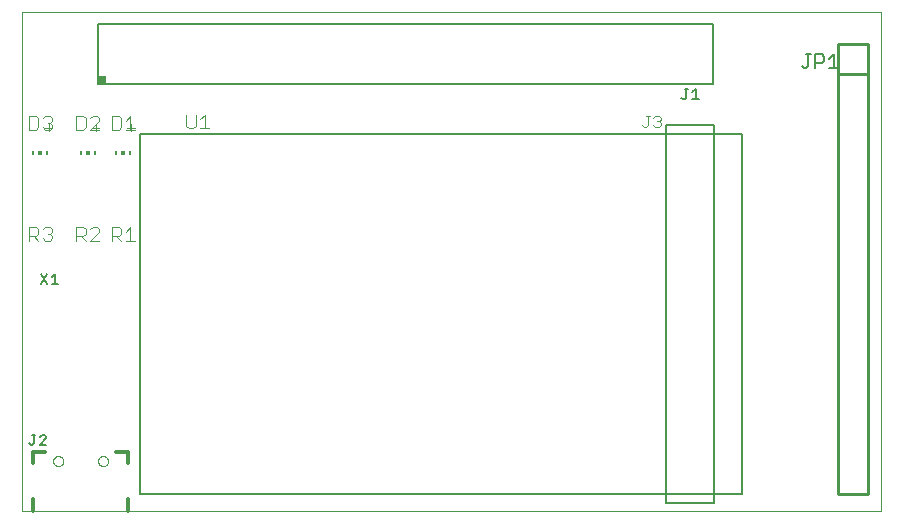
<source format=gto>
G04 This is an RS-274x file exported by *
G04 gerbv version 2.6.0 *
G04 More information is available about gerbv at *
G04 http://gerbv.gpleda.org/ *
G04 --End of header info--*
%MOIN*%
%FSLAX34Y34*%
%IPPOS*%
G04 --Define apertures--*
%ADD10C,0.0000*%
%ADD11C,0.0050*%
%ADD12C,0.0040*%
%ADD13R,0.0250X0.0250*%
%ADD14C,0.0060*%
%ADD15C,0.0100*%
%ADD16C,0.0070*%
%ADD17C,0.0030*%
%ADD18R,0.0059X0.0118*%
%ADD19R,0.0118X0.0118*%
%ADD20C,0.0120*%
%ADD21C,0.0080*%
G04 --Start main section--*
G54D10*
G01X0003686Y0001347D02*
G01X0003686Y0017961D01*
G01X0003686Y0017961D02*
G01X0032348Y0017961D01*
G01X0032348Y0017961D02*
G01X0032348Y0001347D01*
G01X0032348Y0001347D02*
G01X0003686Y0001347D01*
G01X0004739Y0003001D02*
G01X0004740Y0003009D01*
G01X0004740Y0003009D02*
G01X0004740Y0003017D01*
G01X0004740Y0003017D02*
G01X0004741Y0003025D01*
G01X0004741Y0003025D02*
G01X0004743Y0003033D01*
G01X0004743Y0003033D02*
G01X0004744Y0003041D01*
G01X0004744Y0003041D02*
G01X0004747Y0003049D01*
G01X0004747Y0003049D02*
G01X0004749Y0003057D01*
G01X0004749Y0003057D02*
G01X0004752Y0003064D01*
G01X0004752Y0003064D02*
G01X0004755Y0003072D01*
G01X0004755Y0003072D02*
G01X0004759Y0003079D01*
G01X0004759Y0003079D02*
G01X0004763Y0003086D01*
G01X0004763Y0003086D02*
G01X0004767Y0003093D01*
G01X0004767Y0003093D02*
G01X0004772Y0003100D01*
G01X0004772Y0003100D02*
G01X0004777Y0003106D01*
G01X0004777Y0003106D02*
G01X0004782Y0003112D01*
G01X0004782Y0003112D02*
G01X0004788Y0003118D01*
G01X0004788Y0003118D02*
G01X0004794Y0003124D01*
G01X0004794Y0003124D02*
G01X0004800Y0003129D01*
G01X0004800Y0003129D02*
G01X0004806Y0003135D01*
G01X0004806Y0003135D02*
G01X0004813Y0003139D01*
G01X0004813Y0003139D02*
G01X0004820Y0003144D01*
G01X0004820Y0003144D02*
G01X0004827Y0003148D01*
G01X0004827Y0003148D02*
G01X0004834Y0003151D01*
G01X0004834Y0003151D02*
G01X0004841Y0003155D01*
G01X0004841Y0003155D02*
G01X0004849Y0003158D01*
G01X0004849Y0003158D02*
G01X0004857Y0003160D01*
G01X0004857Y0003160D02*
G01X0004864Y0003163D01*
G01X0004864Y0003163D02*
G01X0004872Y0003165D01*
G01X0004872Y0003165D02*
G01X0004880Y0003166D01*
G01X0004880Y0003166D02*
G01X0004888Y0003167D01*
G01X0004888Y0003167D02*
G01X0004897Y0003168D01*
G01X0004897Y0003168D02*
G01X0004905Y0003168D01*
G01X0004905Y0003168D02*
G01X0004913Y0003168D01*
G01X0004913Y0003168D02*
G01X0004921Y0003167D01*
G01X0004921Y0003167D02*
G01X0004929Y0003167D01*
G01X0004929Y0003167D02*
G01X0004937Y0003165D01*
G01X0004937Y0003165D02*
G01X0004945Y0003164D01*
G01X0004945Y0003164D02*
G01X0004953Y0003162D01*
G01X0004953Y0003162D02*
G01X0004961Y0003159D01*
G01X0004961Y0003159D02*
G01X0004968Y0003156D01*
G01X0004968Y0003156D02*
G01X0004976Y0003153D01*
G01X0004976Y0003153D02*
G01X0004983Y0003150D01*
G01X0004983Y0003150D02*
G01X0004990Y0003146D01*
G01X0004990Y0003146D02*
G01X0004997Y0003141D01*
G01X0004997Y0003141D02*
G01X0005004Y0003137D01*
G01X0005004Y0003137D02*
G01X0005011Y0003132D01*
G01X0005011Y0003132D02*
G01X0005017Y0003127D01*
G01X0005017Y0003127D02*
G01X0005023Y0003121D01*
G01X0005023Y0003121D02*
G01X0005029Y0003115D01*
G01X0005029Y0003115D02*
G01X0005034Y0003109D01*
G01X0005034Y0003109D02*
G01X0005039Y0003103D01*
G01X0005039Y0003103D02*
G01X0005044Y0003097D01*
G01X0005044Y0003097D02*
G01X0005048Y0003090D01*
G01X0005048Y0003090D02*
G01X0005053Y0003083D01*
G01X0005053Y0003083D02*
G01X0005056Y0003076D01*
G01X0005056Y0003076D02*
G01X0005060Y0003068D01*
G01X0005060Y0003068D02*
G01X0005063Y0003061D01*
G01X0005063Y0003061D02*
G01X0005066Y0003053D01*
G01X0005066Y0003053D02*
G01X0005068Y0003045D01*
G01X0005068Y0003045D02*
G01X0005070Y0003037D01*
G01X0005070Y0003037D02*
G01X0005072Y0003029D01*
G01X0005072Y0003029D02*
G01X0005073Y0003021D01*
G01X0005073Y0003021D02*
G01X0005074Y0003013D01*
G01X0005074Y0003013D02*
G01X0005074Y0003005D01*
G01X0005074Y0003005D02*
G01X0005074Y0002997D01*
G01X0005074Y0002997D02*
G01X0005074Y0002989D01*
G01X0005074Y0002989D02*
G01X0005073Y0002981D01*
G01X0005073Y0002981D02*
G01X0005072Y0002972D01*
G01X0005072Y0002972D02*
G01X0005070Y0002964D01*
G01X0005070Y0002964D02*
G01X0005068Y0002957D01*
G01X0005068Y0002957D02*
G01X0005066Y0002949D01*
G01X0005066Y0002949D02*
G01X0005063Y0002941D01*
G01X0005063Y0002941D02*
G01X0005060Y0002934D01*
G01X0005060Y0002934D02*
G01X0005056Y0002926D01*
G01X0005056Y0002926D02*
G01X0005053Y0002919D01*
G01X0005053Y0002919D02*
G01X0005048Y0002912D01*
G01X0005048Y0002912D02*
G01X0005044Y0002905D01*
G01X0005044Y0002905D02*
G01X0005039Y0002899D01*
G01X0005039Y0002899D02*
G01X0005034Y0002892D01*
G01X0005034Y0002892D02*
G01X0005029Y0002886D01*
G01X0005029Y0002886D02*
G01X0005023Y0002880D01*
G01X0005023Y0002880D02*
G01X0005017Y0002875D01*
G01X0005017Y0002875D02*
G01X0005011Y0002870D01*
G01X0005011Y0002870D02*
G01X0005004Y0002865D01*
G01X0005004Y0002865D02*
G01X0004997Y0002860D01*
G01X0004997Y0002860D02*
G01X0004990Y0002856D01*
G01X0004990Y0002856D02*
G01X0004983Y0002852D01*
G01X0004983Y0002852D02*
G01X0004976Y0002849D01*
G01X0004976Y0002849D02*
G01X0004968Y0002845D01*
G01X0004968Y0002845D02*
G01X0004961Y0002843D01*
G01X0004961Y0002843D02*
G01X0004953Y0002840D01*
G01X0004953Y0002840D02*
G01X0004945Y0002838D01*
G01X0004945Y0002838D02*
G01X0004937Y0002836D01*
G01X0004937Y0002836D02*
G01X0004929Y0002835D01*
G01X0004929Y0002835D02*
G01X0004921Y0002834D01*
G01X0004921Y0002834D02*
G01X0004913Y0002834D01*
G01X0004913Y0002834D02*
G01X0004905Y0002834D01*
G01X0004905Y0002834D02*
G01X0004897Y0002834D01*
G01X0004897Y0002834D02*
G01X0004888Y0002835D01*
G01X0004888Y0002835D02*
G01X0004880Y0002836D01*
G01X0004880Y0002836D02*
G01X0004872Y0002837D01*
G01X0004872Y0002837D02*
G01X0004864Y0002839D01*
G01X0004864Y0002839D02*
G01X0004857Y0002841D01*
G01X0004857Y0002841D02*
G01X0004849Y0002844D01*
G01X0004849Y0002844D02*
G01X0004841Y0002847D01*
G01X0004841Y0002847D02*
G01X0004834Y0002850D01*
G01X0004834Y0002850D02*
G01X0004827Y0002854D01*
G01X0004827Y0002854D02*
G01X0004820Y0002858D01*
G01X0004820Y0002858D02*
G01X0004813Y0002862D01*
G01X0004813Y0002862D02*
G01X0004806Y0002867D01*
G01X0004806Y0002867D02*
G01X0004800Y0002872D01*
G01X0004800Y0002872D02*
G01X0004794Y0002878D01*
G01X0004794Y0002878D02*
G01X0004788Y0002883D01*
G01X0004788Y0002883D02*
G01X0004782Y0002889D01*
G01X0004782Y0002889D02*
G01X0004777Y0002895D01*
G01X0004777Y0002895D02*
G01X0004772Y0002902D01*
G01X0004772Y0002902D02*
G01X0004767Y0002909D01*
G01X0004767Y0002909D02*
G01X0004763Y0002915D01*
G01X0004763Y0002915D02*
G01X0004759Y0002923D01*
G01X0004759Y0002923D02*
G01X0004755Y0002930D01*
G01X0004755Y0002930D02*
G01X0004752Y0002937D01*
G01X0004752Y0002937D02*
G01X0004749Y0002945D01*
G01X0004749Y0002945D02*
G01X0004747Y0002953D01*
G01X0004747Y0002953D02*
G01X0004744Y0002961D01*
G01X0004744Y0002961D02*
G01X0004743Y0002968D01*
G01X0004743Y0002968D02*
G01X0004741Y0002976D01*
G01X0004741Y0002976D02*
G01X0004740Y0002985D01*
G01X0004740Y0002985D02*
G01X0004740Y0002993D01*
G01X0004740Y0002993D02*
G01X0004739Y0003001D01*
G01X0006236Y0003001D02*
G01X0006236Y0003009D01*
G01X0006236Y0003009D02*
G01X0006236Y0003017D01*
G01X0006236Y0003017D02*
G01X0006237Y0003025D01*
G01X0006237Y0003025D02*
G01X0006239Y0003033D01*
G01X0006239Y0003033D02*
G01X0006240Y0003041D01*
G01X0006240Y0003041D02*
G01X0006243Y0003049D01*
G01X0006243Y0003049D02*
G01X0006245Y0003057D01*
G01X0006245Y0003057D02*
G01X0006248Y0003064D01*
G01X0006248Y0003064D02*
G01X0006251Y0003072D01*
G01X0006251Y0003072D02*
G01X0006255Y0003079D01*
G01X0006255Y0003079D02*
G01X0006259Y0003086D01*
G01X0006259Y0003086D02*
G01X0006263Y0003093D01*
G01X0006263Y0003093D02*
G01X0006268Y0003100D01*
G01X0006268Y0003100D02*
G01X0006273Y0003106D01*
G01X0006273Y0003106D02*
G01X0006278Y0003112D01*
G01X0006278Y0003112D02*
G01X0006284Y0003118D01*
G01X0006284Y0003118D02*
G01X0006290Y0003124D01*
G01X0006290Y0003124D02*
G01X0006296Y0003129D01*
G01X0006296Y0003129D02*
G01X0006302Y0003135D01*
G01X0006302Y0003135D02*
G01X0006309Y0003139D01*
G01X0006309Y0003139D02*
G01X0006316Y0003144D01*
G01X0006316Y0003144D02*
G01X0006323Y0003148D01*
G01X0006323Y0003148D02*
G01X0006330Y0003151D01*
G01X0006330Y0003151D02*
G01X0006337Y0003155D01*
G01X0006337Y0003155D02*
G01X0006345Y0003158D01*
G01X0006345Y0003158D02*
G01X0006353Y0003160D01*
G01X0006353Y0003160D02*
G01X0006361Y0003163D01*
G01X0006361Y0003163D02*
G01X0006368Y0003165D01*
G01X0006368Y0003165D02*
G01X0006376Y0003166D01*
G01X0006376Y0003166D02*
G01X0006385Y0003167D01*
G01X0006385Y0003167D02*
G01X0006393Y0003168D01*
G01X0006393Y0003168D02*
G01X0006401Y0003168D01*
G01X0006401Y0003168D02*
G01X0006409Y0003168D01*
G01X0006409Y0003168D02*
G01X0006417Y0003167D01*
G01X0006417Y0003167D02*
G01X0006425Y0003167D01*
G01X0006425Y0003167D02*
G01X0006433Y0003165D01*
G01X0006433Y0003165D02*
G01X0006441Y0003164D01*
G01X0006441Y0003164D02*
G01X0006449Y0003162D01*
G01X0006449Y0003162D02*
G01X0006457Y0003159D01*
G01X0006457Y0003159D02*
G01X0006465Y0003156D01*
G01X0006465Y0003156D02*
G01X0006472Y0003153D01*
G01X0006472Y0003153D02*
G01X0006479Y0003150D01*
G01X0006479Y0003150D02*
G01X0006486Y0003146D01*
G01X0006486Y0003146D02*
G01X0006493Y0003141D01*
G01X0006493Y0003141D02*
G01X0006500Y0003137D01*
G01X0006500Y0003137D02*
G01X0006507Y0003132D01*
G01X0006507Y0003132D02*
G01X0006513Y0003127D01*
G01X0006513Y0003127D02*
G01X0006519Y0003121D01*
G01X0006519Y0003121D02*
G01X0006525Y0003115D01*
G01X0006525Y0003115D02*
G01X0006530Y0003109D01*
G01X0006530Y0003109D02*
G01X0006535Y0003103D01*
G01X0006535Y0003103D02*
G01X0006540Y0003097D01*
G01X0006540Y0003097D02*
G01X0006545Y0003090D01*
G01X0006545Y0003090D02*
G01X0006549Y0003083D01*
G01X0006549Y0003083D02*
G01X0006553Y0003076D01*
G01X0006553Y0003076D02*
G01X0006556Y0003068D01*
G01X0006556Y0003068D02*
G01X0006559Y0003061D01*
G01X0006559Y0003061D02*
G01X0006562Y0003053D01*
G01X0006562Y0003053D02*
G01X0006564Y0003045D01*
G01X0006564Y0003045D02*
G01X0006566Y0003037D01*
G01X0006566Y0003037D02*
G01X0006568Y0003029D01*
G01X0006568Y0003029D02*
G01X0006569Y0003021D01*
G01X0006569Y0003021D02*
G01X0006570Y0003013D01*
G01X0006570Y0003013D02*
G01X0006570Y0003005D01*
G01X0006570Y0003005D02*
G01X0006570Y0002997D01*
G01X0006570Y0002997D02*
G01X0006570Y0002989D01*
G01X0006570Y0002989D02*
G01X0006569Y0002981D01*
G01X0006569Y0002981D02*
G01X0006568Y0002972D01*
G01X0006568Y0002972D02*
G01X0006566Y0002964D01*
G01X0006566Y0002964D02*
G01X0006564Y0002957D01*
G01X0006564Y0002957D02*
G01X0006562Y0002949D01*
G01X0006562Y0002949D02*
G01X0006559Y0002941D01*
G01X0006559Y0002941D02*
G01X0006556Y0002934D01*
G01X0006556Y0002934D02*
G01X0006553Y0002926D01*
G01X0006553Y0002926D02*
G01X0006549Y0002919D01*
G01X0006549Y0002919D02*
G01X0006545Y0002912D01*
G01X0006545Y0002912D02*
G01X0006540Y0002905D01*
G01X0006540Y0002905D02*
G01X0006535Y0002899D01*
G01X0006535Y0002899D02*
G01X0006530Y0002892D01*
G01X0006530Y0002892D02*
G01X0006525Y0002886D01*
G01X0006525Y0002886D02*
G01X0006519Y0002880D01*
G01X0006519Y0002880D02*
G01X0006513Y0002875D01*
G01X0006513Y0002875D02*
G01X0006507Y0002870D01*
G01X0006507Y0002870D02*
G01X0006500Y0002865D01*
G01X0006500Y0002865D02*
G01X0006493Y0002860D01*
G01X0006493Y0002860D02*
G01X0006486Y0002856D01*
G01X0006486Y0002856D02*
G01X0006479Y0002852D01*
G01X0006479Y0002852D02*
G01X0006472Y0002849D01*
G01X0006472Y0002849D02*
G01X0006465Y0002845D01*
G01X0006465Y0002845D02*
G01X0006457Y0002843D01*
G01X0006457Y0002843D02*
G01X0006449Y0002840D01*
G01X0006449Y0002840D02*
G01X0006441Y0002838D01*
G01X0006441Y0002838D02*
G01X0006433Y0002836D01*
G01X0006433Y0002836D02*
G01X0006425Y0002835D01*
G01X0006425Y0002835D02*
G01X0006417Y0002834D01*
G01X0006417Y0002834D02*
G01X0006409Y0002834D01*
G01X0006409Y0002834D02*
G01X0006401Y0002834D01*
G01X0006401Y0002834D02*
G01X0006393Y0002834D01*
G01X0006393Y0002834D02*
G01X0006385Y0002835D01*
G01X0006385Y0002835D02*
G01X0006376Y0002836D01*
G01X0006376Y0002836D02*
G01X0006368Y0002837D01*
G01X0006368Y0002837D02*
G01X0006361Y0002839D01*
G01X0006361Y0002839D02*
G01X0006353Y0002841D01*
G01X0006353Y0002841D02*
G01X0006345Y0002844D01*
G01X0006345Y0002844D02*
G01X0006337Y0002847D01*
G01X0006337Y0002847D02*
G01X0006330Y0002850D01*
G01X0006330Y0002850D02*
G01X0006323Y0002854D01*
G01X0006323Y0002854D02*
G01X0006316Y0002858D01*
G01X0006316Y0002858D02*
G01X0006309Y0002862D01*
G01X0006309Y0002862D02*
G01X0006302Y0002867D01*
G01X0006302Y0002867D02*
G01X0006296Y0002872D01*
G01X0006296Y0002872D02*
G01X0006290Y0002878D01*
G01X0006290Y0002878D02*
G01X0006284Y0002883D01*
G01X0006284Y0002883D02*
G01X0006278Y0002889D01*
G01X0006278Y0002889D02*
G01X0006273Y0002895D01*
G01X0006273Y0002895D02*
G01X0006268Y0002902D01*
G01X0006268Y0002902D02*
G01X0006263Y0002909D01*
G01X0006263Y0002909D02*
G01X0006259Y0002915D01*
G01X0006259Y0002915D02*
G01X0006255Y0002923D01*
G01X0006255Y0002923D02*
G01X0006251Y0002930D01*
G01X0006251Y0002930D02*
G01X0006248Y0002937D01*
G01X0006248Y0002937D02*
G01X0006245Y0002945D01*
G01X0006245Y0002945D02*
G01X0006243Y0002953D01*
G01X0006243Y0002953D02*
G01X0006240Y0002961D01*
G01X0006240Y0002961D02*
G01X0006239Y0002968D01*
G01X0006239Y0002968D02*
G01X0006237Y0002976D01*
G01X0006237Y0002976D02*
G01X0006236Y0002985D01*
G01X0006236Y0002985D02*
G01X0006236Y0002993D01*
G01X0006236Y0002993D02*
G01X0006236Y0003001D01*
G54D11*
G01X0007647Y0001914D02*
G01X0007647Y0013914D01*
G01X0007647Y0013914D02*
G01X0027686Y0013914D01*
G01X0027686Y0013914D02*
G01X0027686Y0001914D01*
G01X0027686Y0001914D02*
G01X0007647Y0001914D01*
G01X0025182Y0001607D02*
G01X0025182Y0014206D01*
G01X0025182Y0014206D02*
G01X0026757Y0014206D01*
G01X0026757Y0014206D02*
G01X0026757Y0001607D01*
G01X0026757Y0001607D02*
G01X0025182Y0001607D01*
G01X0026732Y0015583D02*
G01X0017232Y0015583D01*
G01X0017232Y0015583D02*
G01X0015732Y0015583D01*
G01X0015732Y0015583D02*
G01X0006232Y0015583D01*
G01X0006232Y0015583D02*
G01X0006232Y0017584D01*
G01X0006232Y0017584D02*
G01X0026732Y0017584D01*
G01X0026732Y0017584D02*
G01X0026732Y0015583D01*
G01X0029689Y0016179D02*
G01X0029764Y0016104D01*
G01X0029764Y0016104D02*
G01X0029839Y0016104D01*
G01X0029839Y0016104D02*
G01X0029914Y0016179D01*
G01X0029914Y0016179D02*
G01X0029914Y0016554D01*
G01X0029839Y0016554D02*
G01X0029989Y0016554D01*
G01X0030149Y0016554D02*
G01X0030375Y0016554D01*
G01X0030375Y0016554D02*
G01X0030450Y0016479D01*
G01X0030450Y0016479D02*
G01X0030450Y0016329D01*
G01X0030450Y0016329D02*
G01X0030375Y0016254D01*
G01X0030375Y0016254D02*
G01X0030149Y0016254D01*
G01X0030149Y0016104D02*
G01X0030149Y0016554D01*
G01X0030610Y0016404D02*
G01X0030760Y0016554D01*
G01X0030760Y0016554D02*
G01X0030760Y0016104D01*
G01X0030610Y0016104D02*
G01X0030910Y0016104D01*
G54D12*
G01X0009947Y0014088D02*
G01X0009640Y0014088D01*
G01X0009793Y0014088D02*
G01X0009793Y0014548D01*
G01X0009793Y0014548D02*
G01X0009640Y0014395D01*
G01X0009486Y0014548D02*
G01X0009486Y0014164D01*
G01X0009486Y0014164D02*
G01X0009409Y0014088D01*
G01X0009409Y0014088D02*
G01X0009256Y0014088D01*
G01X0009256Y0014088D02*
G01X0009179Y0014164D01*
G01X0009179Y0014164D02*
G01X0009179Y0014548D01*
G01X0007466Y0014044D02*
G01X0007159Y0014044D01*
G01X0007312Y0014044D02*
G01X0007312Y0014505D01*
G01X0007312Y0014505D02*
G01X0007159Y0014351D01*
G01X0007005Y0014428D02*
G01X0006929Y0014505D01*
G01X0006929Y0014505D02*
G01X0006698Y0014505D01*
G01X0006698Y0014505D02*
G01X0006698Y0014044D01*
G01X0006698Y0014044D02*
G01X0006929Y0014044D01*
G01X0006929Y0014044D02*
G01X0007005Y0014121D01*
G01X0007005Y0014121D02*
G01X0007005Y0014428D01*
G01X0006285Y0014428D02*
G01X0006208Y0014505D01*
G01X0006208Y0014505D02*
G01X0006054Y0014505D01*
G01X0006054Y0014505D02*
G01X0005978Y0014428D01*
G01X0005824Y0014428D02*
G01X0005748Y0014505D01*
G01X0005748Y0014505D02*
G01X0005517Y0014505D01*
G01X0005517Y0014505D02*
G01X0005517Y0014044D01*
G01X0005517Y0014044D02*
G01X0005748Y0014044D01*
G01X0005748Y0014044D02*
G01X0005824Y0014121D01*
G01X0005824Y0014121D02*
G01X0005824Y0014428D01*
G01X0005978Y0014044D02*
G01X0006285Y0014351D01*
G01X0006285Y0014351D02*
G01X0006285Y0014428D01*
G01X0006285Y0014044D02*
G01X0005978Y0014044D01*
G01X0004710Y0014121D02*
G01X0004633Y0014044D01*
G01X0004633Y0014044D02*
G01X0004480Y0014044D01*
G01X0004480Y0014044D02*
G01X0004403Y0014121D01*
G01X0004249Y0014121D02*
G01X0004249Y0014428D01*
G01X0004249Y0014428D02*
G01X0004173Y0014505D01*
G01X0004173Y0014505D02*
G01X0003943Y0014505D01*
G01X0003943Y0014505D02*
G01X0003943Y0014044D01*
G01X0003943Y0014044D02*
G01X0004173Y0014044D01*
G01X0004173Y0014044D02*
G01X0004249Y0014121D01*
G01X0004556Y0014275D02*
G01X0004633Y0014275D01*
G01X0004633Y0014275D02*
G01X0004710Y0014198D01*
G01X0004710Y0014198D02*
G01X0004710Y0014121D01*
G01X0004633Y0014275D02*
G01X0004710Y0014351D01*
G01X0004710Y0014351D02*
G01X0004710Y0014428D01*
G01X0004710Y0014428D02*
G01X0004633Y0014505D01*
G01X0004633Y0014505D02*
G01X0004480Y0014505D01*
G01X0004480Y0014505D02*
G01X0004403Y0014428D01*
G01X0004480Y0010804D02*
G01X0004633Y0010804D01*
G01X0004633Y0010804D02*
G01X0004710Y0010727D01*
G01X0004710Y0010727D02*
G01X0004710Y0010651D01*
G01X0004710Y0010651D02*
G01X0004633Y0010574D01*
G01X0004633Y0010574D02*
G01X0004710Y0010497D01*
G01X0004710Y0010497D02*
G01X0004710Y0010420D01*
G01X0004710Y0010420D02*
G01X0004633Y0010344D01*
G01X0004633Y0010344D02*
G01X0004480Y0010344D01*
G01X0004480Y0010344D02*
G01X0004403Y0010420D01*
G01X0004249Y0010344D02*
G01X0004096Y0010497D01*
G01X0004173Y0010497D02*
G01X0003943Y0010497D01*
G01X0003943Y0010344D02*
G01X0003943Y0010804D01*
G01X0003943Y0010804D02*
G01X0004173Y0010804D01*
G01X0004173Y0010804D02*
G01X0004249Y0010727D01*
G01X0004249Y0010727D02*
G01X0004249Y0010574D01*
G01X0004249Y0010574D02*
G01X0004173Y0010497D01*
G01X0004403Y0010727D02*
G01X0004480Y0010804D01*
G01X0004556Y0010574D02*
G01X0004633Y0010574D01*
G01X0005517Y0010497D02*
G01X0005748Y0010497D01*
G01X0005748Y0010497D02*
G01X0005824Y0010574D01*
G01X0005824Y0010574D02*
G01X0005824Y0010727D01*
G01X0005824Y0010727D02*
G01X0005748Y0010804D01*
G01X0005748Y0010804D02*
G01X0005517Y0010804D01*
G01X0005517Y0010804D02*
G01X0005517Y0010344D01*
G01X0005671Y0010497D02*
G01X0005824Y0010344D01*
G01X0005978Y0010344D02*
G01X0006285Y0010651D01*
G01X0006285Y0010651D02*
G01X0006285Y0010727D01*
G01X0006285Y0010727D02*
G01X0006208Y0010804D01*
G01X0006208Y0010804D02*
G01X0006054Y0010804D01*
G01X0006054Y0010804D02*
G01X0005978Y0010727D01*
G01X0005978Y0010344D02*
G01X0006285Y0010344D01*
G01X0006698Y0010344D02*
G01X0006698Y0010804D01*
G01X0006698Y0010804D02*
G01X0006929Y0010804D01*
G01X0006929Y0010804D02*
G01X0007005Y0010727D01*
G01X0007005Y0010727D02*
G01X0007005Y0010574D01*
G01X0007005Y0010574D02*
G01X0006929Y0010497D01*
G01X0006929Y0010497D02*
G01X0006698Y0010497D01*
G01X0006852Y0010497D02*
G01X0007005Y0010344D01*
G01X0007159Y0010344D02*
G01X0007466Y0010344D01*
G01X0007312Y0010344D02*
G01X0007312Y0010804D01*
G01X0007312Y0010804D02*
G01X0007159Y0010651D01*
G54D13*
G01X0006357Y0015709D03*
G54D14*
G01X0025673Y0015117D02*
G01X0025729Y0015060D01*
G01X0025729Y0015060D02*
G01X0025786Y0015060D01*
G01X0025786Y0015060D02*
G01X0025843Y0015117D01*
G01X0025843Y0015117D02*
G01X0025843Y0015400D01*
G01X0025786Y0015400D02*
G01X0025899Y0015400D01*
G01X0026041Y0015287D02*
G01X0026154Y0015400D01*
G01X0026154Y0015400D02*
G01X0026154Y0015060D01*
G01X0026041Y0015060D02*
G01X0026268Y0015060D01*
G54D15*
G01X0030899Y0015914D02*
G01X0031899Y0015914D01*
G01X0031899Y0015914D02*
G01X0031899Y0001914D01*
G01X0031899Y0001914D02*
G01X0030899Y0001914D01*
G01X0030899Y0001914D02*
G01X0030899Y0016914D01*
G01X0030899Y0016914D02*
G01X0031899Y0016914D01*
G01X0031899Y0016914D02*
G01X0031899Y0015914D01*
G54D16*
G01X0004908Y0008900D02*
G01X0004688Y0008900D01*
G01X0004798Y0008900D02*
G01X0004798Y0009230D01*
G01X0004798Y0009230D02*
G01X0004688Y0009120D01*
G01X0004540Y0009230D02*
G01X0004320Y0008900D01*
G01X0004540Y0008900D02*
G01X0004320Y0009230D01*
G54D17*
G01X0004586Y0013993D02*
G01X0004586Y0014239D01*
G01X0004463Y0014116D02*
G01X0004710Y0014116D01*
G01X0006038Y0014116D02*
G01X0006284Y0014116D01*
G01X0006161Y0014239D02*
G01X0006161Y0013993D01*
G01X0007219Y0014116D02*
G01X0007466Y0014116D01*
G01X0007342Y0014239D02*
G01X0007342Y0013993D01*
G01X0024382Y0014197D02*
G01X0024444Y0014136D01*
G01X0024444Y0014136D02*
G01X0024505Y0014136D01*
G01X0024505Y0014136D02*
G01X0024567Y0014197D01*
G01X0024567Y0014197D02*
G01X0024567Y0014506D01*
G01X0024505Y0014506D02*
G01X0024629Y0014506D01*
G01X0024750Y0014444D02*
G01X0024812Y0014506D01*
G01X0024812Y0014506D02*
G01X0024935Y0014506D01*
G01X0024935Y0014506D02*
G01X0024997Y0014444D01*
G01X0024997Y0014444D02*
G01X0024997Y0014382D01*
G01X0024997Y0014382D02*
G01X0024935Y0014321D01*
G01X0024935Y0014321D02*
G01X0024997Y0014259D01*
G01X0024997Y0014259D02*
G01X0024997Y0014197D01*
G01X0024997Y0014197D02*
G01X0024935Y0014136D01*
G01X0024935Y0014136D02*
G01X0024812Y0014136D01*
G01X0024812Y0014136D02*
G01X0024750Y0014197D01*
G01X0024874Y0014321D02*
G01X0024935Y0014321D01*
G54D18*
G01X0007308Y0013257D03*
G01X0006836Y0013257D03*
G01X0006127Y0013257D03*
G01X0005655Y0013257D03*
G01X0004552Y0013257D03*
G01X0004080Y0013257D03*
G54D19*
G01X0004316Y0013257D03*
G01X0005891Y0013257D03*
G01X0007072Y0013257D03*
G54D20*
G01X0007230Y0003316D02*
G01X0006836Y0003316D01*
G01X0007230Y0003316D02*
G01X0007230Y0002922D01*
G01X0007230Y0001741D02*
G01X0007230Y0001347D01*
G01X0004080Y0001347D02*
G01X0004080Y0001741D01*
G01X0004083Y0002922D02*
G01X0004080Y0002922D01*
G01X0004083Y0002922D02*
G01X0004083Y0003309D01*
G01X0004080Y0003316D02*
G01X0004474Y0003316D01*
G54D21*
G01X0004517Y0003552D02*
G01X0004303Y0003552D01*
G01X0004303Y0003552D02*
G01X0004517Y0003766D01*
G01X0004517Y0003766D02*
G01X0004517Y0003819D01*
G01X0004517Y0003819D02*
G01X0004463Y0003873D01*
G01X0004463Y0003873D02*
G01X0004357Y0003873D01*
G01X0004357Y0003873D02*
G01X0004303Y0003819D01*
G01X0004148Y0003873D02*
G01X0004042Y0003873D01*
G01X0004095Y0003873D02*
G01X0004095Y0003606D01*
G01X0004095Y0003606D02*
G01X0004042Y0003552D01*
G01X0004042Y0003552D02*
G01X0003988Y0003552D01*
G01X0003988Y0003552D02*
G01X0003935Y0003606D01*
M02*

</source>
